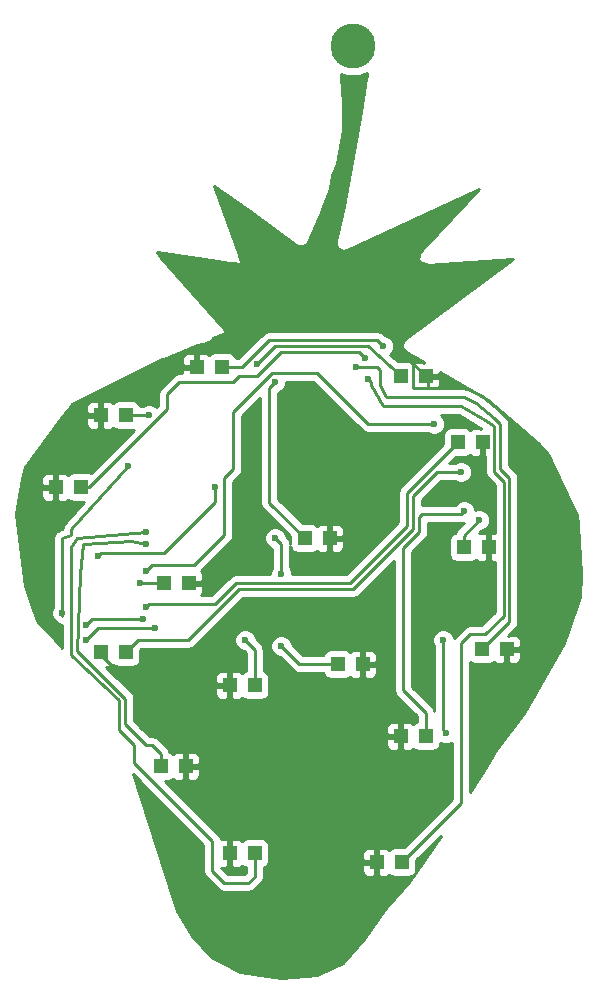
<source format=gbr>
G04 #@! TF.FileFunction,Copper,L2,Bot,Signal*
%FSLAX46Y46*%
G04 Gerber Fmt 4.6, Leading zero omitted, Abs format (unit mm)*
G04 Created by KiCad (PCBNEW 4.0.4-snap1-stable) date Mon Feb 25 19:09:27 2019*
%MOMM*%
%LPD*%
G01*
G04 APERTURE LIST*
%ADD10C,0.100000*%
%ADD11R,1.198880X1.198880*%
%ADD12C,3.800000*%
%ADD13C,0.600000*%
%ADD14C,0.250000*%
%ADD15C,0.254000*%
G04 APERTURE END LIST*
D10*
D11*
X137193020Y-90678000D03*
X135094980Y-90678000D03*
X145321020Y-86614000D03*
X143222980Y-86614000D03*
X160494980Y-87376000D03*
X162593020Y-87376000D03*
X165320980Y-92964000D03*
X167419020Y-92964000D03*
X133383020Y-96774000D03*
X131284980Y-96774000D03*
X140428980Y-104902000D03*
X142527020Y-104902000D03*
X152366980Y-101092000D03*
X154465020Y-101092000D03*
X165828980Y-101854000D03*
X167927020Y-101854000D03*
X137193020Y-110744000D03*
X135094980Y-110744000D03*
X155160980Y-111760000D03*
X157259020Y-111760000D03*
X167352980Y-110490000D03*
X169451020Y-110490000D03*
X140174980Y-120396000D03*
X142273020Y-120396000D03*
X162593020Y-117856000D03*
X160494980Y-117856000D03*
X148115020Y-113538000D03*
X146016980Y-113538000D03*
X160561020Y-128524000D03*
X158462980Y-128524000D03*
X148115020Y-127762000D03*
X146016980Y-127762000D03*
D12*
X156464000Y-59436000D03*
D13*
X150368000Y-104140000D03*
X149860000Y-101092000D03*
X144780000Y-96774000D03*
X134874000Y-102616000D03*
X164084000Y-109728000D03*
X164338000Y-117602000D03*
X141478000Y-115824000D03*
X157480000Y-130810000D03*
X143510000Y-116332000D03*
X149098000Y-102362000D03*
X136144000Y-112268000D03*
X130556000Y-107696000D03*
X131572000Y-98552000D03*
X156210000Y-101092000D03*
X168148000Y-114554000D03*
X164084000Y-107696000D03*
X163830000Y-100584000D03*
X139192000Y-90678000D03*
X159004000Y-84836000D03*
X148336000Y-86360000D03*
X138938000Y-106934000D03*
X157480000Y-85852000D03*
X138430000Y-104902000D03*
X149860000Y-87884000D03*
X167132000Y-99568000D03*
X163322000Y-91440000D03*
X138938000Y-103886000D03*
X165608000Y-95504000D03*
X150368000Y-110236000D03*
X139700000Y-108712000D03*
X137414000Y-94996000D03*
X131826000Y-107442000D03*
X133858000Y-109728000D03*
X156718000Y-86614000D03*
X138938000Y-101600000D03*
X165862000Y-98806000D03*
X147320000Y-109728000D03*
X138684000Y-107950000D03*
X133858000Y-108458000D03*
X157734000Y-87630000D03*
X138938000Y-100584000D03*
D14*
X150368000Y-101600000D02*
X150368000Y-104140000D01*
X149860000Y-101092000D02*
X150368000Y-101600000D01*
X144780000Y-98044000D02*
X144780000Y-96774000D01*
X140462000Y-102362000D02*
X144780000Y-98044000D01*
X135128000Y-102362000D02*
X140462000Y-102362000D01*
X134874000Y-102616000D02*
X135128000Y-102362000D01*
X164084000Y-117348000D02*
X164084000Y-109728000D01*
X164338000Y-117602000D02*
X164084000Y-117348000D01*
X162814000Y-88392000D02*
X162814000Y-87596980D01*
X162814000Y-87596980D02*
X162593020Y-87376000D01*
X163830000Y-88392000D02*
X162814000Y-88392000D01*
X162814000Y-88392000D02*
X161544000Y-88392000D01*
X161544000Y-88392000D02*
X161544000Y-86326980D01*
X161544000Y-86106000D02*
X161544000Y-86326980D01*
X161544000Y-86326980D02*
X162593020Y-87376000D01*
X142527020Y-104902000D02*
X143510000Y-104902000D01*
X143510000Y-104902000D02*
X144272000Y-104140000D01*
X135094980Y-110744000D02*
X135094980Y-110964980D01*
X135094980Y-110964980D02*
X136398000Y-112268000D01*
X139192000Y-90678000D02*
X137193020Y-90678000D01*
X145321020Y-86614000D02*
X147066000Y-86614000D01*
X158496000Y-84328000D02*
X159004000Y-84836000D01*
X149352000Y-84328000D02*
X158496000Y-84328000D01*
X147066000Y-86614000D02*
X149352000Y-84328000D01*
X157700980Y-84836000D02*
X160494980Y-87376000D01*
X149860000Y-84836000D02*
X157700980Y-84836000D01*
X148336000Y-86360000D02*
X149860000Y-84836000D01*
X161036000Y-97248980D02*
X165320980Y-92964000D01*
X161036000Y-100076000D02*
X161036000Y-97248980D01*
X156210000Y-104902000D02*
X161036000Y-100076000D01*
X146558000Y-104902000D02*
X156210000Y-104902000D01*
X144780000Y-106680000D02*
X146558000Y-104902000D01*
X139192000Y-106680000D02*
X144780000Y-106680000D01*
X138938000Y-106934000D02*
X139192000Y-106680000D01*
X134112000Y-96774000D02*
X133383020Y-96774000D01*
X140716000Y-90170000D02*
X134112000Y-96774000D01*
X140716000Y-88900000D02*
X140716000Y-90170000D01*
X141732000Y-87884000D02*
X140716000Y-88900000D01*
X146304000Y-87884000D02*
X141732000Y-87884000D01*
X146812000Y-87376000D02*
X146304000Y-87884000D01*
X148336000Y-87376000D02*
X146812000Y-87376000D01*
X150368000Y-85344000D02*
X148336000Y-87376000D01*
X156972000Y-85344000D02*
X150368000Y-85344000D01*
X157480000Y-85852000D02*
X156972000Y-85344000D01*
X138430000Y-104902000D02*
X140428980Y-104902000D01*
X149352000Y-98077020D02*
X152366980Y-101092000D01*
X149352000Y-88392000D02*
X149352000Y-98077020D01*
X149860000Y-87884000D02*
X149352000Y-88392000D01*
X165828980Y-100871020D02*
X165828980Y-101854000D01*
X167132000Y-99568000D02*
X165828980Y-100871020D01*
X157734000Y-91440000D02*
X163322000Y-91440000D01*
X153416000Y-87122000D02*
X157734000Y-91440000D01*
X149606000Y-87122000D02*
X153416000Y-87122000D01*
X146304000Y-90424000D02*
X149606000Y-87122000D01*
X146304000Y-95250000D02*
X146304000Y-90424000D01*
X145542000Y-96012000D02*
X146304000Y-95250000D01*
X145542000Y-100838000D02*
X145542000Y-96012000D01*
X143002000Y-103378000D02*
X145542000Y-100838000D01*
X139446000Y-103378000D02*
X143002000Y-103378000D01*
X138938000Y-103886000D02*
X139446000Y-103378000D01*
X138209020Y-109728000D02*
X137193020Y-110744000D01*
X142494000Y-109728000D02*
X138209020Y-109728000D01*
X146812000Y-105410000D02*
X142494000Y-109728000D01*
X156464000Y-105410000D02*
X146812000Y-105410000D01*
X161544000Y-100330000D02*
X156464000Y-105410000D01*
X161544000Y-97536000D02*
X161544000Y-100330000D01*
X163576000Y-95504000D02*
X161544000Y-97536000D01*
X165608000Y-95504000D02*
X163576000Y-95504000D01*
X131826000Y-107696000D02*
X131826000Y-107442000D01*
X131826000Y-107188000D02*
X131826000Y-107696000D01*
X131826000Y-107188000D02*
X131826000Y-107188000D01*
X151892000Y-111760000D02*
X155160980Y-111760000D01*
X150368000Y-110236000D02*
X151892000Y-111760000D01*
X134874000Y-108712000D02*
X139700000Y-108712000D01*
X131826000Y-101092000D02*
X131826000Y-107188000D01*
X132588000Y-100838000D02*
X131826000Y-101092000D01*
X132588000Y-100330000D02*
X132588000Y-100838000D01*
X137414000Y-94996000D02*
X132588000Y-100330000D01*
X133858000Y-109728000D02*
X134874000Y-108712000D01*
X169672000Y-108170980D02*
X167352980Y-110490000D01*
X169672000Y-96012000D02*
X169672000Y-108170980D01*
X168910000Y-95250000D02*
X169672000Y-96012000D01*
X168910000Y-91440000D02*
X168910000Y-95250000D01*
X168402000Y-90932000D02*
X168910000Y-91440000D01*
X166878000Y-89662000D02*
X168402000Y-90932000D01*
X165862000Y-89154000D02*
X166878000Y-89662000D01*
X159258000Y-89154000D02*
X165862000Y-89154000D01*
X158750000Y-88138000D02*
X159258000Y-89154000D01*
X158750000Y-86868000D02*
X158750000Y-88138000D01*
X158496000Y-86614000D02*
X158750000Y-86868000D01*
X156718000Y-86614000D02*
X158496000Y-86614000D01*
X133350000Y-104140000D02*
X133096000Y-110615602D01*
X140174980Y-119346980D02*
X140174980Y-120396000D01*
X139446000Y-118618000D02*
X140174980Y-119346980D01*
X138938000Y-118618000D02*
X139446000Y-118618000D01*
X137160000Y-116840000D02*
X138938000Y-118618000D01*
X137160000Y-114679602D02*
X137160000Y-116840000D01*
X133096000Y-110615602D02*
X137160000Y-114679602D01*
X133604000Y-101600000D02*
X133350000Y-104140000D01*
X137668000Y-101346000D02*
X133604000Y-101600000D01*
X138938000Y-101600000D02*
X137668000Y-101346000D01*
X162593020Y-115857020D02*
X162593020Y-117856000D01*
X160717801Y-113981801D02*
X162593020Y-115857020D01*
X160717801Y-101918199D02*
X160717801Y-113981801D01*
X162052000Y-100584000D02*
X160717801Y-101918199D01*
X162052000Y-99314000D02*
X162052000Y-100584000D01*
X162306000Y-99060000D02*
X162052000Y-99314000D01*
X165608000Y-99060000D02*
X162306000Y-99060000D01*
X165862000Y-98806000D02*
X165608000Y-99060000D01*
X148115020Y-110523020D02*
X148115020Y-113538000D01*
X147320000Y-109728000D02*
X148115020Y-110523020D01*
X134366000Y-107950000D02*
X138684000Y-107950000D01*
X133858000Y-108458000D02*
X134366000Y-107950000D01*
X165608000Y-123477020D02*
X160561020Y-128524000D01*
X165608000Y-109982000D02*
X165608000Y-123477020D01*
X166370000Y-109220000D02*
X165608000Y-109982000D01*
X167640000Y-109220000D02*
X166370000Y-109220000D01*
X169210291Y-107649709D02*
X167640000Y-109220000D01*
X169210291Y-96312291D02*
X169210291Y-107649709D01*
X168402000Y-95504000D02*
X169210291Y-96312291D01*
X168402000Y-91636002D02*
X168402000Y-95504000D01*
X167640000Y-91128002D02*
X168402000Y-91636002D01*
X165608000Y-89916000D02*
X167640000Y-91128002D01*
X165100000Y-89916000D02*
X165608000Y-89916000D01*
X159004000Y-89916000D02*
X165100000Y-89916000D01*
X157988000Y-88138000D02*
X159004000Y-89916000D01*
X157988000Y-87884000D02*
X157988000Y-88138000D01*
X157734000Y-87630000D02*
X157988000Y-87884000D01*
X132588000Y-101854000D02*
X132588000Y-110998000D01*
X148115020Y-129760980D02*
X148115020Y-127762000D01*
X147574000Y-130302000D02*
X148115020Y-129760980D01*
X145542000Y-130302000D02*
X147574000Y-130302000D01*
X144526000Y-129286000D02*
X145542000Y-130302000D01*
X144526000Y-126746000D02*
X144526000Y-129286000D01*
X137922000Y-120142000D02*
X144526000Y-126746000D01*
X137922000Y-118618000D02*
X137922000Y-120142000D01*
X136652000Y-117348000D02*
X137922000Y-118618000D01*
X136652000Y-114808000D02*
X136652000Y-117348000D01*
X132588000Y-110998000D02*
X136652000Y-114808000D01*
X133096000Y-101092000D02*
X132588000Y-101854000D01*
X138938000Y-100584000D02*
X133096000Y-101092000D01*
D15*
G36*
X159957801Y-113981801D02*
X160015653Y-114272640D01*
X160180400Y-114519202D01*
X161833020Y-116171822D01*
X161833020Y-116639331D01*
X161758263Y-116653398D01*
X161542139Y-116792470D01*
X161536544Y-116800659D01*
X161454118Y-116718233D01*
X161220729Y-116621560D01*
X160780730Y-116621560D01*
X160621980Y-116780310D01*
X160621980Y-117729000D01*
X160641980Y-117729000D01*
X160641980Y-117983000D01*
X160621980Y-117983000D01*
X160621980Y-118931690D01*
X160780730Y-119090440D01*
X161220729Y-119090440D01*
X161454118Y-118993767D01*
X161536331Y-118911555D01*
X161741690Y-119051871D01*
X161993580Y-119102880D01*
X163192460Y-119102880D01*
X163427777Y-119058602D01*
X163643901Y-118919530D01*
X163788891Y-118707330D01*
X163839900Y-118455440D01*
X163839900Y-118407574D01*
X164151201Y-118536838D01*
X164523167Y-118537162D01*
X164848000Y-118402944D01*
X164848000Y-123162218D01*
X160733098Y-127277120D01*
X159961580Y-127277120D01*
X159726263Y-127321398D01*
X159510139Y-127460470D01*
X159504544Y-127468659D01*
X159422118Y-127386233D01*
X159188729Y-127289560D01*
X158748730Y-127289560D01*
X158589980Y-127448310D01*
X158589980Y-128397000D01*
X158609980Y-128397000D01*
X158609980Y-128651000D01*
X158589980Y-128651000D01*
X158589980Y-129599690D01*
X158748730Y-129758440D01*
X159188729Y-129758440D01*
X159422118Y-129661767D01*
X159504331Y-129579555D01*
X159709690Y-129719871D01*
X159961580Y-129770880D01*
X161160460Y-129770880D01*
X161395777Y-129726602D01*
X161611901Y-129587530D01*
X161756891Y-129375330D01*
X161807900Y-129123440D01*
X161807900Y-128351922D01*
X163856264Y-126303558D01*
X161632883Y-129603466D01*
X161190587Y-130222679D01*
X159163079Y-132503626D01*
X159153958Y-132515170D01*
X157379898Y-135049541D01*
X155624850Y-137055310D01*
X153384047Y-138051223D01*
X150371758Y-138302247D01*
X146850360Y-137799190D01*
X144553264Y-136650643D01*
X143707886Y-135798719D01*
X142851393Y-134799477D01*
X141565495Y-132656314D01*
X141339776Y-132185645D01*
X137954838Y-121587487D01*
X137810046Y-121104848D01*
X143766000Y-127060802D01*
X143766000Y-129286000D01*
X143823852Y-129576839D01*
X143988599Y-129823401D01*
X145004599Y-130839401D01*
X145251161Y-131004148D01*
X145542000Y-131062000D01*
X147574000Y-131062000D01*
X147864839Y-131004148D01*
X148111401Y-130839401D01*
X148652421Y-130298381D01*
X148817168Y-130051819D01*
X148875020Y-129760980D01*
X148875020Y-128978669D01*
X148949777Y-128964602D01*
X149165901Y-128825530D01*
X149176683Y-128809750D01*
X157228540Y-128809750D01*
X157228540Y-129249750D01*
X157325213Y-129483139D01*
X157503842Y-129661767D01*
X157737231Y-129758440D01*
X158177230Y-129758440D01*
X158335980Y-129599690D01*
X158335980Y-128651000D01*
X157387290Y-128651000D01*
X157228540Y-128809750D01*
X149176683Y-128809750D01*
X149310891Y-128613330D01*
X149361900Y-128361440D01*
X149361900Y-127798250D01*
X157228540Y-127798250D01*
X157228540Y-128238250D01*
X157387290Y-128397000D01*
X158335980Y-128397000D01*
X158335980Y-127448310D01*
X158177230Y-127289560D01*
X157737231Y-127289560D01*
X157503842Y-127386233D01*
X157325213Y-127564861D01*
X157228540Y-127798250D01*
X149361900Y-127798250D01*
X149361900Y-127162560D01*
X149317622Y-126927243D01*
X149178550Y-126711119D01*
X148966350Y-126566129D01*
X148714460Y-126515120D01*
X147515580Y-126515120D01*
X147280263Y-126559398D01*
X147064139Y-126698470D01*
X147058544Y-126706659D01*
X146976118Y-126624233D01*
X146742729Y-126527560D01*
X146302730Y-126527560D01*
X146143980Y-126686310D01*
X146143980Y-127635000D01*
X146163980Y-127635000D01*
X146163980Y-127889000D01*
X146143980Y-127889000D01*
X146143980Y-128837690D01*
X146302730Y-128996440D01*
X146742729Y-128996440D01*
X146976118Y-128899767D01*
X147058331Y-128817555D01*
X147263690Y-128957871D01*
X147355020Y-128976366D01*
X147355020Y-129446178D01*
X147259198Y-129542000D01*
X145856802Y-129542000D01*
X145311242Y-128996440D01*
X145731230Y-128996440D01*
X145889980Y-128837690D01*
X145889980Y-127889000D01*
X145869980Y-127889000D01*
X145869980Y-127635000D01*
X145889980Y-127635000D01*
X145889980Y-126686310D01*
X145731230Y-126527560D01*
X145291231Y-126527560D01*
X145246255Y-126546190D01*
X145228148Y-126455161D01*
X145228148Y-126455160D01*
X145063401Y-126208599D01*
X140497682Y-121642880D01*
X140774420Y-121642880D01*
X141009737Y-121598602D01*
X141225861Y-121459530D01*
X141231456Y-121451341D01*
X141313882Y-121533767D01*
X141547271Y-121630440D01*
X141987270Y-121630440D01*
X142146020Y-121471690D01*
X142146020Y-120523000D01*
X142400020Y-120523000D01*
X142400020Y-121471690D01*
X142558770Y-121630440D01*
X142998769Y-121630440D01*
X143232158Y-121533767D01*
X143410787Y-121355139D01*
X143507460Y-121121750D01*
X143507460Y-120681750D01*
X143348710Y-120523000D01*
X142400020Y-120523000D01*
X142146020Y-120523000D01*
X142126020Y-120523000D01*
X142126020Y-120269000D01*
X142146020Y-120269000D01*
X142146020Y-119320310D01*
X142400020Y-119320310D01*
X142400020Y-120269000D01*
X143348710Y-120269000D01*
X143507460Y-120110250D01*
X143507460Y-119670250D01*
X143410787Y-119436861D01*
X143232158Y-119258233D01*
X142998769Y-119161560D01*
X142558770Y-119161560D01*
X142400020Y-119320310D01*
X142146020Y-119320310D01*
X141987270Y-119161560D01*
X141547271Y-119161560D01*
X141313882Y-119258233D01*
X141231669Y-119340445D01*
X141026310Y-119200129D01*
X140900710Y-119174694D01*
X140877128Y-119056141D01*
X140877128Y-119056140D01*
X140712381Y-118809579D01*
X140044552Y-118141750D01*
X159260540Y-118141750D01*
X159260540Y-118581750D01*
X159357213Y-118815139D01*
X159535842Y-118993767D01*
X159769231Y-119090440D01*
X160209230Y-119090440D01*
X160367980Y-118931690D01*
X160367980Y-117983000D01*
X159419290Y-117983000D01*
X159260540Y-118141750D01*
X140044552Y-118141750D01*
X139983401Y-118080599D01*
X139736839Y-117915852D01*
X139446000Y-117858000D01*
X139252802Y-117858000D01*
X138525052Y-117130250D01*
X159260540Y-117130250D01*
X159260540Y-117570250D01*
X159419290Y-117729000D01*
X160367980Y-117729000D01*
X160367980Y-116780310D01*
X160209230Y-116621560D01*
X159769231Y-116621560D01*
X159535842Y-116718233D01*
X159357213Y-116896861D01*
X159260540Y-117130250D01*
X138525052Y-117130250D01*
X137920000Y-116525198D01*
X137920000Y-114679602D01*
X137862148Y-114388763D01*
X137697401Y-114142201D01*
X137378950Y-113823750D01*
X144782540Y-113823750D01*
X144782540Y-114263750D01*
X144879213Y-114497139D01*
X145057842Y-114675767D01*
X145291231Y-114772440D01*
X145731230Y-114772440D01*
X145889980Y-114613690D01*
X145889980Y-113665000D01*
X144941290Y-113665000D01*
X144782540Y-113823750D01*
X137378950Y-113823750D01*
X136367450Y-112812250D01*
X144782540Y-112812250D01*
X144782540Y-113252250D01*
X144941290Y-113411000D01*
X145889980Y-113411000D01*
X145889980Y-112462310D01*
X146143980Y-112462310D01*
X146143980Y-113411000D01*
X146163980Y-113411000D01*
X146163980Y-113665000D01*
X146143980Y-113665000D01*
X146143980Y-114613690D01*
X146302730Y-114772440D01*
X146742729Y-114772440D01*
X146976118Y-114675767D01*
X147058331Y-114593555D01*
X147263690Y-114733871D01*
X147515580Y-114784880D01*
X148714460Y-114784880D01*
X148949777Y-114740602D01*
X149165901Y-114601530D01*
X149310891Y-114389330D01*
X149361900Y-114137440D01*
X149361900Y-112938560D01*
X149317622Y-112703243D01*
X149178550Y-112487119D01*
X148966350Y-112342129D01*
X148875020Y-112323634D01*
X148875020Y-110523020D01*
X148854760Y-110421167D01*
X149432838Y-110421167D01*
X149574883Y-110764943D01*
X149837673Y-111028192D01*
X150181201Y-111170838D01*
X150228077Y-111170879D01*
X151354599Y-112297401D01*
X151601160Y-112462148D01*
X151649414Y-112471746D01*
X151892000Y-112520000D01*
X153944311Y-112520000D01*
X153958378Y-112594757D01*
X154097450Y-112810881D01*
X154309650Y-112955871D01*
X154561540Y-113006880D01*
X155760420Y-113006880D01*
X155995737Y-112962602D01*
X156211861Y-112823530D01*
X156217456Y-112815341D01*
X156299882Y-112897767D01*
X156533271Y-112994440D01*
X156973270Y-112994440D01*
X157132020Y-112835690D01*
X157132020Y-111887000D01*
X157386020Y-111887000D01*
X157386020Y-112835690D01*
X157544770Y-112994440D01*
X157984769Y-112994440D01*
X158218158Y-112897767D01*
X158396787Y-112719139D01*
X158493460Y-112485750D01*
X158493460Y-112045750D01*
X158334710Y-111887000D01*
X157386020Y-111887000D01*
X157132020Y-111887000D01*
X157112020Y-111887000D01*
X157112020Y-111633000D01*
X157132020Y-111633000D01*
X157132020Y-110684310D01*
X157386020Y-110684310D01*
X157386020Y-111633000D01*
X158334710Y-111633000D01*
X158493460Y-111474250D01*
X158493460Y-111034250D01*
X158396787Y-110800861D01*
X158218158Y-110622233D01*
X157984769Y-110525560D01*
X157544770Y-110525560D01*
X157386020Y-110684310D01*
X157132020Y-110684310D01*
X156973270Y-110525560D01*
X156533271Y-110525560D01*
X156299882Y-110622233D01*
X156217669Y-110704445D01*
X156012310Y-110564129D01*
X155760420Y-110513120D01*
X154561540Y-110513120D01*
X154326223Y-110557398D01*
X154110099Y-110696470D01*
X153965109Y-110908670D01*
X153946614Y-111000000D01*
X152206802Y-111000000D01*
X151303122Y-110096320D01*
X151303162Y-110050833D01*
X151161117Y-109707057D01*
X150898327Y-109443808D01*
X150554799Y-109301162D01*
X150182833Y-109300838D01*
X149839057Y-109442883D01*
X149575808Y-109705673D01*
X149433162Y-110049201D01*
X149432838Y-110421167D01*
X148854760Y-110421167D01*
X148817168Y-110232181D01*
X148652421Y-109985619D01*
X148255122Y-109588320D01*
X148255162Y-109542833D01*
X148113117Y-109199057D01*
X147850327Y-108935808D01*
X147506799Y-108793162D01*
X147134833Y-108792838D01*
X146791057Y-108934883D01*
X146527808Y-109197673D01*
X146385162Y-109541201D01*
X146384838Y-109913167D01*
X146526883Y-110256943D01*
X146789673Y-110520192D01*
X147133201Y-110662838D01*
X147180077Y-110662879D01*
X147355020Y-110837822D01*
X147355020Y-112321331D01*
X147280263Y-112335398D01*
X147064139Y-112474470D01*
X147058544Y-112482659D01*
X146976118Y-112400233D01*
X146742729Y-112303560D01*
X146302730Y-112303560D01*
X146143980Y-112462310D01*
X145889980Y-112462310D01*
X145731230Y-112303560D01*
X145291231Y-112303560D01*
X145057842Y-112400233D01*
X144879213Y-112578861D01*
X144782540Y-112812250D01*
X136367450Y-112812250D01*
X135533640Y-111978440D01*
X135820729Y-111978440D01*
X136054118Y-111881767D01*
X136136331Y-111799555D01*
X136341690Y-111939871D01*
X136593580Y-111990880D01*
X137792460Y-111990880D01*
X138027777Y-111946602D01*
X138243901Y-111807530D01*
X138388891Y-111595330D01*
X138439900Y-111343440D01*
X138439900Y-110571922D01*
X138523822Y-110488000D01*
X142494000Y-110488000D01*
X142784839Y-110430148D01*
X143031401Y-110265401D01*
X147126802Y-106170000D01*
X156464000Y-106170000D01*
X156754839Y-106112148D01*
X157001401Y-105947401D01*
X159957801Y-102991001D01*
X159957801Y-113981801D01*
X159957801Y-113981801D01*
G37*
X159957801Y-113981801D02*
X160015653Y-114272640D01*
X160180400Y-114519202D01*
X161833020Y-116171822D01*
X161833020Y-116639331D01*
X161758263Y-116653398D01*
X161542139Y-116792470D01*
X161536544Y-116800659D01*
X161454118Y-116718233D01*
X161220729Y-116621560D01*
X160780730Y-116621560D01*
X160621980Y-116780310D01*
X160621980Y-117729000D01*
X160641980Y-117729000D01*
X160641980Y-117983000D01*
X160621980Y-117983000D01*
X160621980Y-118931690D01*
X160780730Y-119090440D01*
X161220729Y-119090440D01*
X161454118Y-118993767D01*
X161536331Y-118911555D01*
X161741690Y-119051871D01*
X161993580Y-119102880D01*
X163192460Y-119102880D01*
X163427777Y-119058602D01*
X163643901Y-118919530D01*
X163788891Y-118707330D01*
X163839900Y-118455440D01*
X163839900Y-118407574D01*
X164151201Y-118536838D01*
X164523167Y-118537162D01*
X164848000Y-118402944D01*
X164848000Y-123162218D01*
X160733098Y-127277120D01*
X159961580Y-127277120D01*
X159726263Y-127321398D01*
X159510139Y-127460470D01*
X159504544Y-127468659D01*
X159422118Y-127386233D01*
X159188729Y-127289560D01*
X158748730Y-127289560D01*
X158589980Y-127448310D01*
X158589980Y-128397000D01*
X158609980Y-128397000D01*
X158609980Y-128651000D01*
X158589980Y-128651000D01*
X158589980Y-129599690D01*
X158748730Y-129758440D01*
X159188729Y-129758440D01*
X159422118Y-129661767D01*
X159504331Y-129579555D01*
X159709690Y-129719871D01*
X159961580Y-129770880D01*
X161160460Y-129770880D01*
X161395777Y-129726602D01*
X161611901Y-129587530D01*
X161756891Y-129375330D01*
X161807900Y-129123440D01*
X161807900Y-128351922D01*
X163856264Y-126303558D01*
X161632883Y-129603466D01*
X161190587Y-130222679D01*
X159163079Y-132503626D01*
X159153958Y-132515170D01*
X157379898Y-135049541D01*
X155624850Y-137055310D01*
X153384047Y-138051223D01*
X150371758Y-138302247D01*
X146850360Y-137799190D01*
X144553264Y-136650643D01*
X143707886Y-135798719D01*
X142851393Y-134799477D01*
X141565495Y-132656314D01*
X141339776Y-132185645D01*
X137954838Y-121587487D01*
X137810046Y-121104848D01*
X143766000Y-127060802D01*
X143766000Y-129286000D01*
X143823852Y-129576839D01*
X143988599Y-129823401D01*
X145004599Y-130839401D01*
X145251161Y-131004148D01*
X145542000Y-131062000D01*
X147574000Y-131062000D01*
X147864839Y-131004148D01*
X148111401Y-130839401D01*
X148652421Y-130298381D01*
X148817168Y-130051819D01*
X148875020Y-129760980D01*
X148875020Y-128978669D01*
X148949777Y-128964602D01*
X149165901Y-128825530D01*
X149176683Y-128809750D01*
X157228540Y-128809750D01*
X157228540Y-129249750D01*
X157325213Y-129483139D01*
X157503842Y-129661767D01*
X157737231Y-129758440D01*
X158177230Y-129758440D01*
X158335980Y-129599690D01*
X158335980Y-128651000D01*
X157387290Y-128651000D01*
X157228540Y-128809750D01*
X149176683Y-128809750D01*
X149310891Y-128613330D01*
X149361900Y-128361440D01*
X149361900Y-127798250D01*
X157228540Y-127798250D01*
X157228540Y-128238250D01*
X157387290Y-128397000D01*
X158335980Y-128397000D01*
X158335980Y-127448310D01*
X158177230Y-127289560D01*
X157737231Y-127289560D01*
X157503842Y-127386233D01*
X157325213Y-127564861D01*
X157228540Y-127798250D01*
X149361900Y-127798250D01*
X149361900Y-127162560D01*
X149317622Y-126927243D01*
X149178550Y-126711119D01*
X148966350Y-126566129D01*
X148714460Y-126515120D01*
X147515580Y-126515120D01*
X147280263Y-126559398D01*
X147064139Y-126698470D01*
X147058544Y-126706659D01*
X146976118Y-126624233D01*
X146742729Y-126527560D01*
X146302730Y-126527560D01*
X146143980Y-126686310D01*
X146143980Y-127635000D01*
X146163980Y-127635000D01*
X146163980Y-127889000D01*
X146143980Y-127889000D01*
X146143980Y-128837690D01*
X146302730Y-128996440D01*
X146742729Y-128996440D01*
X146976118Y-128899767D01*
X147058331Y-128817555D01*
X147263690Y-128957871D01*
X147355020Y-128976366D01*
X147355020Y-129446178D01*
X147259198Y-129542000D01*
X145856802Y-129542000D01*
X145311242Y-128996440D01*
X145731230Y-128996440D01*
X145889980Y-128837690D01*
X145889980Y-127889000D01*
X145869980Y-127889000D01*
X145869980Y-127635000D01*
X145889980Y-127635000D01*
X145889980Y-126686310D01*
X145731230Y-126527560D01*
X145291231Y-126527560D01*
X145246255Y-126546190D01*
X145228148Y-126455161D01*
X145228148Y-126455160D01*
X145063401Y-126208599D01*
X140497682Y-121642880D01*
X140774420Y-121642880D01*
X141009737Y-121598602D01*
X141225861Y-121459530D01*
X141231456Y-121451341D01*
X141313882Y-121533767D01*
X141547271Y-121630440D01*
X141987270Y-121630440D01*
X142146020Y-121471690D01*
X142146020Y-120523000D01*
X142400020Y-120523000D01*
X142400020Y-121471690D01*
X142558770Y-121630440D01*
X142998769Y-121630440D01*
X143232158Y-121533767D01*
X143410787Y-121355139D01*
X143507460Y-121121750D01*
X143507460Y-120681750D01*
X143348710Y-120523000D01*
X142400020Y-120523000D01*
X142146020Y-120523000D01*
X142126020Y-120523000D01*
X142126020Y-120269000D01*
X142146020Y-120269000D01*
X142146020Y-119320310D01*
X142400020Y-119320310D01*
X142400020Y-120269000D01*
X143348710Y-120269000D01*
X143507460Y-120110250D01*
X143507460Y-119670250D01*
X143410787Y-119436861D01*
X143232158Y-119258233D01*
X142998769Y-119161560D01*
X142558770Y-119161560D01*
X142400020Y-119320310D01*
X142146020Y-119320310D01*
X141987270Y-119161560D01*
X141547271Y-119161560D01*
X141313882Y-119258233D01*
X141231669Y-119340445D01*
X141026310Y-119200129D01*
X140900710Y-119174694D01*
X140877128Y-119056141D01*
X140877128Y-119056140D01*
X140712381Y-118809579D01*
X140044552Y-118141750D01*
X159260540Y-118141750D01*
X159260540Y-118581750D01*
X159357213Y-118815139D01*
X159535842Y-118993767D01*
X159769231Y-119090440D01*
X160209230Y-119090440D01*
X160367980Y-118931690D01*
X160367980Y-117983000D01*
X159419290Y-117983000D01*
X159260540Y-118141750D01*
X140044552Y-118141750D01*
X139983401Y-118080599D01*
X139736839Y-117915852D01*
X139446000Y-117858000D01*
X139252802Y-117858000D01*
X138525052Y-117130250D01*
X159260540Y-117130250D01*
X159260540Y-117570250D01*
X159419290Y-117729000D01*
X160367980Y-117729000D01*
X160367980Y-116780310D01*
X160209230Y-116621560D01*
X159769231Y-116621560D01*
X159535842Y-116718233D01*
X159357213Y-116896861D01*
X159260540Y-117130250D01*
X138525052Y-117130250D01*
X137920000Y-116525198D01*
X137920000Y-114679602D01*
X137862148Y-114388763D01*
X137697401Y-114142201D01*
X137378950Y-113823750D01*
X144782540Y-113823750D01*
X144782540Y-114263750D01*
X144879213Y-114497139D01*
X145057842Y-114675767D01*
X145291231Y-114772440D01*
X145731230Y-114772440D01*
X145889980Y-114613690D01*
X145889980Y-113665000D01*
X144941290Y-113665000D01*
X144782540Y-113823750D01*
X137378950Y-113823750D01*
X136367450Y-112812250D01*
X144782540Y-112812250D01*
X144782540Y-113252250D01*
X144941290Y-113411000D01*
X145889980Y-113411000D01*
X145889980Y-112462310D01*
X146143980Y-112462310D01*
X146143980Y-113411000D01*
X146163980Y-113411000D01*
X146163980Y-113665000D01*
X146143980Y-113665000D01*
X146143980Y-114613690D01*
X146302730Y-114772440D01*
X146742729Y-114772440D01*
X146976118Y-114675767D01*
X147058331Y-114593555D01*
X147263690Y-114733871D01*
X147515580Y-114784880D01*
X148714460Y-114784880D01*
X148949777Y-114740602D01*
X149165901Y-114601530D01*
X149310891Y-114389330D01*
X149361900Y-114137440D01*
X149361900Y-112938560D01*
X149317622Y-112703243D01*
X149178550Y-112487119D01*
X148966350Y-112342129D01*
X148875020Y-112323634D01*
X148875020Y-110523020D01*
X148854760Y-110421167D01*
X149432838Y-110421167D01*
X149574883Y-110764943D01*
X149837673Y-111028192D01*
X150181201Y-111170838D01*
X150228077Y-111170879D01*
X151354599Y-112297401D01*
X151601160Y-112462148D01*
X151649414Y-112471746D01*
X151892000Y-112520000D01*
X153944311Y-112520000D01*
X153958378Y-112594757D01*
X154097450Y-112810881D01*
X154309650Y-112955871D01*
X154561540Y-113006880D01*
X155760420Y-113006880D01*
X155995737Y-112962602D01*
X156211861Y-112823530D01*
X156217456Y-112815341D01*
X156299882Y-112897767D01*
X156533271Y-112994440D01*
X156973270Y-112994440D01*
X157132020Y-112835690D01*
X157132020Y-111887000D01*
X157386020Y-111887000D01*
X157386020Y-112835690D01*
X157544770Y-112994440D01*
X157984769Y-112994440D01*
X158218158Y-112897767D01*
X158396787Y-112719139D01*
X158493460Y-112485750D01*
X158493460Y-112045750D01*
X158334710Y-111887000D01*
X157386020Y-111887000D01*
X157132020Y-111887000D01*
X157112020Y-111887000D01*
X157112020Y-111633000D01*
X157132020Y-111633000D01*
X157132020Y-110684310D01*
X157386020Y-110684310D01*
X157386020Y-111633000D01*
X158334710Y-111633000D01*
X158493460Y-111474250D01*
X158493460Y-111034250D01*
X158396787Y-110800861D01*
X158218158Y-110622233D01*
X157984769Y-110525560D01*
X157544770Y-110525560D01*
X157386020Y-110684310D01*
X157132020Y-110684310D01*
X156973270Y-110525560D01*
X156533271Y-110525560D01*
X156299882Y-110622233D01*
X156217669Y-110704445D01*
X156012310Y-110564129D01*
X155760420Y-110513120D01*
X154561540Y-110513120D01*
X154326223Y-110557398D01*
X154110099Y-110696470D01*
X153965109Y-110908670D01*
X153946614Y-111000000D01*
X152206802Y-111000000D01*
X151303122Y-110096320D01*
X151303162Y-110050833D01*
X151161117Y-109707057D01*
X150898327Y-109443808D01*
X150554799Y-109301162D01*
X150182833Y-109300838D01*
X149839057Y-109442883D01*
X149575808Y-109705673D01*
X149433162Y-110049201D01*
X149432838Y-110421167D01*
X148854760Y-110421167D01*
X148817168Y-110232181D01*
X148652421Y-109985619D01*
X148255122Y-109588320D01*
X148255162Y-109542833D01*
X148113117Y-109199057D01*
X147850327Y-108935808D01*
X147506799Y-108793162D01*
X147134833Y-108792838D01*
X146791057Y-108934883D01*
X146527808Y-109197673D01*
X146385162Y-109541201D01*
X146384838Y-109913167D01*
X146526883Y-110256943D01*
X146789673Y-110520192D01*
X147133201Y-110662838D01*
X147180077Y-110662879D01*
X147355020Y-110837822D01*
X147355020Y-112321331D01*
X147280263Y-112335398D01*
X147064139Y-112474470D01*
X147058544Y-112482659D01*
X146976118Y-112400233D01*
X146742729Y-112303560D01*
X146302730Y-112303560D01*
X146143980Y-112462310D01*
X145889980Y-112462310D01*
X145731230Y-112303560D01*
X145291231Y-112303560D01*
X145057842Y-112400233D01*
X144879213Y-112578861D01*
X144782540Y-112812250D01*
X136367450Y-112812250D01*
X135533640Y-111978440D01*
X135820729Y-111978440D01*
X136054118Y-111881767D01*
X136136331Y-111799555D01*
X136341690Y-111939871D01*
X136593580Y-111990880D01*
X137792460Y-111990880D01*
X138027777Y-111946602D01*
X138243901Y-111807530D01*
X138388891Y-111595330D01*
X138439900Y-111343440D01*
X138439900Y-110571922D01*
X138523822Y-110488000D01*
X142494000Y-110488000D01*
X142784839Y-110430148D01*
X143031401Y-110265401D01*
X147126802Y-106170000D01*
X156464000Y-106170000D01*
X156754839Y-106112148D01*
X157001401Y-105947401D01*
X159957801Y-102991001D01*
X159957801Y-113981801D01*
G36*
X167917606Y-89364379D02*
X172095143Y-93022152D01*
X172918007Y-94009589D01*
X175030344Y-98284476D01*
X175390773Y-99095441D01*
X175516676Y-99976763D01*
X175789464Y-104088981D01*
X175646051Y-106096750D01*
X174347961Y-109930740D01*
X171537167Y-114903683D01*
X170884346Y-115872589D01*
X168553587Y-119050897D01*
X168545733Y-119062990D01*
X167490370Y-120909875D01*
X166368000Y-122575679D01*
X166368000Y-111594552D01*
X166501650Y-111685871D01*
X166753540Y-111736880D01*
X167952420Y-111736880D01*
X168187737Y-111692602D01*
X168403861Y-111553530D01*
X168409456Y-111545341D01*
X168491882Y-111627767D01*
X168725271Y-111724440D01*
X169165270Y-111724440D01*
X169324020Y-111565690D01*
X169324020Y-110617000D01*
X169578020Y-110617000D01*
X169578020Y-111565690D01*
X169736770Y-111724440D01*
X170176769Y-111724440D01*
X170410158Y-111627767D01*
X170588787Y-111449139D01*
X170685460Y-111215750D01*
X170685460Y-110775750D01*
X170526710Y-110617000D01*
X169578020Y-110617000D01*
X169324020Y-110617000D01*
X169304020Y-110617000D01*
X169304020Y-110363000D01*
X169324020Y-110363000D01*
X169324020Y-110343000D01*
X169578020Y-110343000D01*
X169578020Y-110363000D01*
X170526710Y-110363000D01*
X170685460Y-110204250D01*
X170685460Y-109764250D01*
X170588787Y-109530861D01*
X170410158Y-109352233D01*
X170176769Y-109255560D01*
X169736770Y-109255560D01*
X169578022Y-109414308D01*
X169578022Y-109339760D01*
X170209401Y-108708381D01*
X170374148Y-108461819D01*
X170432000Y-108170980D01*
X170432000Y-96012000D01*
X170374148Y-95721161D01*
X170209401Y-95474599D01*
X169670000Y-94935198D01*
X169670000Y-91440000D01*
X169612148Y-91149161D01*
X169447401Y-90902599D01*
X168939401Y-90394599D01*
X168910437Y-90375246D01*
X168888540Y-90348152D01*
X167364540Y-89078152D01*
X167287328Y-89036132D01*
X167217883Y-88982236D01*
X166201882Y-88474235D01*
X166175543Y-88467022D01*
X166152839Y-88451852D01*
X166033363Y-88428087D01*
X165915876Y-88395913D01*
X165888786Y-88399328D01*
X165862000Y-88394000D01*
X163671926Y-88394000D01*
X163730787Y-88335139D01*
X163827460Y-88101750D01*
X163827460Y-87661750D01*
X163668710Y-87503000D01*
X162720020Y-87503000D01*
X162720020Y-87523000D01*
X162466020Y-87523000D01*
X162466020Y-87503000D01*
X162446020Y-87503000D01*
X162446020Y-87249000D01*
X162466020Y-87249000D01*
X162466020Y-87229000D01*
X162720020Y-87229000D01*
X162720020Y-87249000D01*
X163668710Y-87249000D01*
X163827460Y-87090250D01*
X163827460Y-87007233D01*
X167917606Y-89364379D01*
X167917606Y-89364379D01*
G37*
X167917606Y-89364379D02*
X172095143Y-93022152D01*
X172918007Y-94009589D01*
X175030344Y-98284476D01*
X175390773Y-99095441D01*
X175516676Y-99976763D01*
X175789464Y-104088981D01*
X175646051Y-106096750D01*
X174347961Y-109930740D01*
X171537167Y-114903683D01*
X170884346Y-115872589D01*
X168553587Y-119050897D01*
X168545733Y-119062990D01*
X167490370Y-120909875D01*
X166368000Y-122575679D01*
X166368000Y-111594552D01*
X166501650Y-111685871D01*
X166753540Y-111736880D01*
X167952420Y-111736880D01*
X168187737Y-111692602D01*
X168403861Y-111553530D01*
X168409456Y-111545341D01*
X168491882Y-111627767D01*
X168725271Y-111724440D01*
X169165270Y-111724440D01*
X169324020Y-111565690D01*
X169324020Y-110617000D01*
X169578020Y-110617000D01*
X169578020Y-111565690D01*
X169736770Y-111724440D01*
X170176769Y-111724440D01*
X170410158Y-111627767D01*
X170588787Y-111449139D01*
X170685460Y-111215750D01*
X170685460Y-110775750D01*
X170526710Y-110617000D01*
X169578020Y-110617000D01*
X169324020Y-110617000D01*
X169304020Y-110617000D01*
X169304020Y-110363000D01*
X169324020Y-110363000D01*
X169324020Y-110343000D01*
X169578020Y-110343000D01*
X169578020Y-110363000D01*
X170526710Y-110363000D01*
X170685460Y-110204250D01*
X170685460Y-109764250D01*
X170588787Y-109530861D01*
X170410158Y-109352233D01*
X170176769Y-109255560D01*
X169736770Y-109255560D01*
X169578022Y-109414308D01*
X169578022Y-109339760D01*
X170209401Y-108708381D01*
X170374148Y-108461819D01*
X170432000Y-108170980D01*
X170432000Y-96012000D01*
X170374148Y-95721161D01*
X170209401Y-95474599D01*
X169670000Y-94935198D01*
X169670000Y-91440000D01*
X169612148Y-91149161D01*
X169447401Y-90902599D01*
X168939401Y-90394599D01*
X168910437Y-90375246D01*
X168888540Y-90348152D01*
X167364540Y-89078152D01*
X167287328Y-89036132D01*
X167217883Y-88982236D01*
X166201882Y-88474235D01*
X166175543Y-88467022D01*
X166152839Y-88451852D01*
X166033363Y-88428087D01*
X165915876Y-88395913D01*
X165888786Y-88399328D01*
X165862000Y-88394000D01*
X163671926Y-88394000D01*
X163730787Y-88335139D01*
X163827460Y-88101750D01*
X163827460Y-87661750D01*
X163668710Y-87503000D01*
X162720020Y-87503000D01*
X162720020Y-87523000D01*
X162466020Y-87523000D01*
X162466020Y-87503000D01*
X162446020Y-87503000D01*
X162446020Y-87249000D01*
X162466020Y-87249000D01*
X162466020Y-87229000D01*
X162720020Y-87229000D01*
X162720020Y-87249000D01*
X163668710Y-87249000D01*
X163827460Y-87090250D01*
X163827460Y-87007233D01*
X167917606Y-89364379D01*
G36*
X167546020Y-92837000D02*
X167566020Y-92837000D01*
X167566020Y-93091000D01*
X167546020Y-93091000D01*
X167546020Y-94039690D01*
X167642000Y-94135670D01*
X167642000Y-95504000D01*
X167699852Y-95794839D01*
X167864599Y-96041401D01*
X168450291Y-96627093D01*
X168450291Y-100619560D01*
X168212770Y-100619560D01*
X168054020Y-100778310D01*
X168054020Y-101727000D01*
X168074020Y-101727000D01*
X168074020Y-101981000D01*
X168054020Y-101981000D01*
X168054020Y-102929690D01*
X168212770Y-103088440D01*
X168450291Y-103088440D01*
X168450291Y-107334907D01*
X167325198Y-108460000D01*
X166370000Y-108460000D01*
X166079161Y-108517852D01*
X165832599Y-108682599D01*
X165070599Y-109444599D01*
X165013736Y-109529701D01*
X164877117Y-109199057D01*
X164614327Y-108935808D01*
X164270799Y-108793162D01*
X163898833Y-108792838D01*
X163555057Y-108934883D01*
X163291808Y-109197673D01*
X163149162Y-109541201D01*
X163148838Y-109913167D01*
X163290883Y-110256943D01*
X163324000Y-110290118D01*
X163324000Y-115711128D01*
X163295168Y-115566181D01*
X163130421Y-115319619D01*
X161477801Y-113666999D01*
X161477801Y-102233001D01*
X162589401Y-101121401D01*
X162754148Y-100874840D01*
X162812000Y-100584000D01*
X162812000Y-99820000D01*
X165608000Y-99820000D01*
X165854163Y-99771035D01*
X165291579Y-100333619D01*
X165126832Y-100580181D01*
X165117271Y-100628245D01*
X164994223Y-100651398D01*
X164778099Y-100790470D01*
X164633109Y-101002670D01*
X164582100Y-101254560D01*
X164582100Y-102453440D01*
X164626378Y-102688757D01*
X164765450Y-102904881D01*
X164977650Y-103049871D01*
X165229540Y-103100880D01*
X166428420Y-103100880D01*
X166663737Y-103056602D01*
X166879861Y-102917530D01*
X166885456Y-102909341D01*
X166967882Y-102991767D01*
X167201271Y-103088440D01*
X167641270Y-103088440D01*
X167800020Y-102929690D01*
X167800020Y-101981000D01*
X167780020Y-101981000D01*
X167780020Y-101727000D01*
X167800020Y-101727000D01*
X167800020Y-100778310D01*
X167641270Y-100619560D01*
X167201271Y-100619560D01*
X167122695Y-100652107D01*
X167271680Y-100503122D01*
X167317167Y-100503162D01*
X167660943Y-100361117D01*
X167924192Y-100098327D01*
X168066838Y-99754799D01*
X168067162Y-99382833D01*
X167925117Y-99039057D01*
X167662327Y-98775808D01*
X167318799Y-98633162D01*
X166946833Y-98632838D01*
X166797098Y-98694707D01*
X166797162Y-98620833D01*
X166655117Y-98277057D01*
X166392327Y-98013808D01*
X166048799Y-97871162D01*
X165676833Y-97870838D01*
X165333057Y-98012883D01*
X165069808Y-98275673D01*
X165059706Y-98300000D01*
X162306000Y-98300000D01*
X162304000Y-98300398D01*
X162304000Y-97850802D01*
X163890802Y-96264000D01*
X165045537Y-96264000D01*
X165077673Y-96296192D01*
X165421201Y-96438838D01*
X165793167Y-96439162D01*
X166136943Y-96297117D01*
X166400192Y-96034327D01*
X166542838Y-95690799D01*
X166543162Y-95318833D01*
X166401117Y-94975057D01*
X166138327Y-94711808D01*
X165794799Y-94569162D01*
X165422833Y-94568838D01*
X165079057Y-94710883D01*
X165045882Y-94744000D01*
X164615782Y-94744000D01*
X165148902Y-94210880D01*
X165920420Y-94210880D01*
X166155737Y-94166602D01*
X166371861Y-94027530D01*
X166377456Y-94019341D01*
X166459882Y-94101767D01*
X166693271Y-94198440D01*
X167133270Y-94198440D01*
X167292020Y-94039690D01*
X167292020Y-93091000D01*
X167272020Y-93091000D01*
X167272020Y-92837000D01*
X167292020Y-92837000D01*
X167292020Y-92817000D01*
X167546020Y-92817000D01*
X167546020Y-92837000D01*
X167546020Y-92837000D01*
G37*
X167546020Y-92837000D02*
X167566020Y-92837000D01*
X167566020Y-93091000D01*
X167546020Y-93091000D01*
X167546020Y-94039690D01*
X167642000Y-94135670D01*
X167642000Y-95504000D01*
X167699852Y-95794839D01*
X167864599Y-96041401D01*
X168450291Y-96627093D01*
X168450291Y-100619560D01*
X168212770Y-100619560D01*
X168054020Y-100778310D01*
X168054020Y-101727000D01*
X168074020Y-101727000D01*
X168074020Y-101981000D01*
X168054020Y-101981000D01*
X168054020Y-102929690D01*
X168212770Y-103088440D01*
X168450291Y-103088440D01*
X168450291Y-107334907D01*
X167325198Y-108460000D01*
X166370000Y-108460000D01*
X166079161Y-108517852D01*
X165832599Y-108682599D01*
X165070599Y-109444599D01*
X165013736Y-109529701D01*
X164877117Y-109199057D01*
X164614327Y-108935808D01*
X164270799Y-108793162D01*
X163898833Y-108792838D01*
X163555057Y-108934883D01*
X163291808Y-109197673D01*
X163149162Y-109541201D01*
X163148838Y-109913167D01*
X163290883Y-110256943D01*
X163324000Y-110290118D01*
X163324000Y-115711128D01*
X163295168Y-115566181D01*
X163130421Y-115319619D01*
X161477801Y-113666999D01*
X161477801Y-102233001D01*
X162589401Y-101121401D01*
X162754148Y-100874840D01*
X162812000Y-100584000D01*
X162812000Y-99820000D01*
X165608000Y-99820000D01*
X165854163Y-99771035D01*
X165291579Y-100333619D01*
X165126832Y-100580181D01*
X165117271Y-100628245D01*
X164994223Y-100651398D01*
X164778099Y-100790470D01*
X164633109Y-101002670D01*
X164582100Y-101254560D01*
X164582100Y-102453440D01*
X164626378Y-102688757D01*
X164765450Y-102904881D01*
X164977650Y-103049871D01*
X165229540Y-103100880D01*
X166428420Y-103100880D01*
X166663737Y-103056602D01*
X166879861Y-102917530D01*
X166885456Y-102909341D01*
X166967882Y-102991767D01*
X167201271Y-103088440D01*
X167641270Y-103088440D01*
X167800020Y-102929690D01*
X167800020Y-101981000D01*
X167780020Y-101981000D01*
X167780020Y-101727000D01*
X167800020Y-101727000D01*
X167800020Y-100778310D01*
X167641270Y-100619560D01*
X167201271Y-100619560D01*
X167122695Y-100652107D01*
X167271680Y-100503122D01*
X167317167Y-100503162D01*
X167660943Y-100361117D01*
X167924192Y-100098327D01*
X168066838Y-99754799D01*
X168067162Y-99382833D01*
X167925117Y-99039057D01*
X167662327Y-98775808D01*
X167318799Y-98633162D01*
X166946833Y-98632838D01*
X166797098Y-98694707D01*
X166797162Y-98620833D01*
X166655117Y-98277057D01*
X166392327Y-98013808D01*
X166048799Y-97871162D01*
X165676833Y-97870838D01*
X165333057Y-98012883D01*
X165069808Y-98275673D01*
X165059706Y-98300000D01*
X162306000Y-98300000D01*
X162304000Y-98300398D01*
X162304000Y-97850802D01*
X163890802Y-96264000D01*
X165045537Y-96264000D01*
X165077673Y-96296192D01*
X165421201Y-96438838D01*
X165793167Y-96439162D01*
X166136943Y-96297117D01*
X166400192Y-96034327D01*
X166542838Y-95690799D01*
X166543162Y-95318833D01*
X166401117Y-94975057D01*
X166138327Y-94711808D01*
X165794799Y-94569162D01*
X165422833Y-94568838D01*
X165079057Y-94710883D01*
X165045882Y-94744000D01*
X164615782Y-94744000D01*
X165148902Y-94210880D01*
X165920420Y-94210880D01*
X166155737Y-94166602D01*
X166371861Y-94027530D01*
X166377456Y-94019341D01*
X166459882Y-94101767D01*
X166693271Y-94198440D01*
X167133270Y-94198440D01*
X167292020Y-94039690D01*
X167292020Y-93091000D01*
X167272020Y-93091000D01*
X167272020Y-92837000D01*
X167292020Y-92837000D01*
X167292020Y-92817000D01*
X167546020Y-92817000D01*
X167546020Y-92837000D01*
G36*
X135221980Y-110617000D02*
X135241980Y-110617000D01*
X135241980Y-110871000D01*
X135221980Y-110871000D01*
X135221980Y-110891000D01*
X134967980Y-110891000D01*
X134967980Y-110871000D01*
X134947980Y-110871000D01*
X134947980Y-110617000D01*
X134967980Y-110617000D01*
X134967980Y-110597000D01*
X135221980Y-110597000D01*
X135221980Y-110617000D01*
X135221980Y-110617000D01*
G37*
X135221980Y-110617000D02*
X135241980Y-110617000D01*
X135241980Y-110871000D01*
X135221980Y-110871000D01*
X135221980Y-110891000D01*
X134967980Y-110891000D01*
X134967980Y-110871000D01*
X134947980Y-110871000D01*
X134947980Y-110617000D01*
X134967980Y-110617000D01*
X134967980Y-110597000D01*
X135221980Y-110597000D01*
X135221980Y-110617000D01*
G36*
X157608067Y-61959556D02*
X157582065Y-62150240D01*
X157143956Y-64993536D01*
X155651571Y-72999984D01*
X155008624Y-75934588D01*
X155006921Y-76022703D01*
X154993350Y-76109781D01*
X155004360Y-76155145D01*
X155003458Y-76201812D01*
X155035602Y-76283868D01*
X155056389Y-76369514D01*
X155067000Y-76384043D01*
X155067000Y-76454000D01*
X155077006Y-76503410D01*
X155105447Y-76545035D01*
X155147841Y-76572315D01*
X155194000Y-76581000D01*
X155210847Y-76581000D01*
X155214025Y-76585352D01*
X155253886Y-76609643D01*
X155286248Y-76643281D01*
X155367003Y-76678575D01*
X155442259Y-76724436D01*
X155488378Y-76731623D01*
X155531152Y-76750318D01*
X155619267Y-76752021D01*
X155706345Y-76765592D01*
X155751709Y-76754582D01*
X155798376Y-76755484D01*
X155880432Y-76723340D01*
X155966078Y-76702553D01*
X167075150Y-71547723D01*
X162190343Y-76791907D01*
X162184624Y-76801160D01*
X162176004Y-76807792D01*
X162114567Y-76914514D01*
X162049827Y-77019263D01*
X162048085Y-77029998D01*
X162042658Y-77039425D01*
X162026736Y-77161548D01*
X162007012Y-77283085D01*
X162009510Y-77293669D01*
X162008104Y-77304456D01*
X162013568Y-77324747D01*
X161958935Y-77383583D01*
X161932646Y-77426599D01*
X161925164Y-77476453D01*
X161937668Y-77525291D01*
X161968187Y-77565417D01*
X162011913Y-77590507D01*
X162059245Y-77596793D01*
X162102077Y-77594345D01*
X162152684Y-77660126D01*
X162224692Y-77760034D01*
X162233945Y-77765753D01*
X162240577Y-77774373D01*
X162347299Y-77835810D01*
X162452048Y-77900550D01*
X162462783Y-77902292D01*
X162472210Y-77907719D01*
X162594333Y-77923641D01*
X162715870Y-77943365D01*
X162726454Y-77940867D01*
X162737241Y-77942273D01*
X170025400Y-77455382D01*
X160869771Y-84194453D01*
X160864889Y-84199801D01*
X160858402Y-84203006D01*
X160774974Y-84298289D01*
X160689566Y-84391840D01*
X160687103Y-84398645D01*
X160682335Y-84404091D01*
X160641719Y-84524054D01*
X160598614Y-84643162D01*
X160598943Y-84650394D01*
X160596622Y-84657249D01*
X160605006Y-84783630D01*
X160610763Y-84910159D01*
X160613834Y-84916713D01*
X160614313Y-84923936D01*
X160670414Y-85037471D01*
X160724162Y-85152184D01*
X160729510Y-85157066D01*
X160732715Y-85163553D01*
X160827998Y-85246981D01*
X160921549Y-85332389D01*
X160928354Y-85334852D01*
X160933800Y-85339620D01*
X162466018Y-86222635D01*
X162466018Y-86300308D01*
X162307270Y-86141560D01*
X161867271Y-86141560D01*
X161633882Y-86238233D01*
X161551669Y-86320445D01*
X161346310Y-86180129D01*
X161094420Y-86129120D01*
X160253233Y-86129120D01*
X159614106Y-85548096D01*
X159796192Y-85366327D01*
X159938838Y-85022799D01*
X159939162Y-84650833D01*
X159797117Y-84307057D01*
X159534327Y-84043808D01*
X159190799Y-83901162D01*
X159143923Y-83901121D01*
X159033401Y-83790599D01*
X158786839Y-83625852D01*
X158496000Y-83568000D01*
X149352000Y-83568000D01*
X149061160Y-83625852D01*
X148814599Y-83790599D01*
X146751198Y-85854000D01*
X146537689Y-85854000D01*
X146523622Y-85779243D01*
X146384550Y-85563119D01*
X146172350Y-85418129D01*
X145920460Y-85367120D01*
X144721580Y-85367120D01*
X144486263Y-85411398D01*
X144270139Y-85550470D01*
X144264544Y-85558659D01*
X144182118Y-85476233D01*
X143948729Y-85379560D01*
X143508730Y-85379560D01*
X143349980Y-85538310D01*
X143349980Y-86487000D01*
X143369980Y-86487000D01*
X143369980Y-86741000D01*
X143349980Y-86741000D01*
X143349980Y-86761000D01*
X143095980Y-86761000D01*
X143095980Y-86741000D01*
X142147290Y-86741000D01*
X141988540Y-86899750D01*
X141988540Y-87124000D01*
X141732000Y-87124000D01*
X141441161Y-87181852D01*
X141194599Y-87346599D01*
X140178599Y-88362599D01*
X140013852Y-88609161D01*
X139956000Y-88900000D01*
X139956000Y-89855198D01*
X139823770Y-89987428D01*
X139722327Y-89885808D01*
X139378799Y-89743162D01*
X139006833Y-89742838D01*
X138663057Y-89884883D01*
X138629882Y-89918000D01*
X138409689Y-89918000D01*
X138395622Y-89843243D01*
X138256550Y-89627119D01*
X138044350Y-89482129D01*
X137792460Y-89431120D01*
X136593580Y-89431120D01*
X136358263Y-89475398D01*
X136142139Y-89614470D01*
X136136544Y-89622659D01*
X136054118Y-89540233D01*
X135820729Y-89443560D01*
X135380730Y-89443560D01*
X135221980Y-89602310D01*
X135221980Y-90551000D01*
X135241980Y-90551000D01*
X135241980Y-90805000D01*
X135221980Y-90805000D01*
X135221980Y-91753690D01*
X135380730Y-91912440D01*
X135820729Y-91912440D01*
X136054118Y-91815767D01*
X136136331Y-91733555D01*
X136341690Y-91873871D01*
X136593580Y-91924880D01*
X137792460Y-91924880D01*
X137908072Y-91903126D01*
X134233285Y-95577913D01*
X133982460Y-95527120D01*
X132783580Y-95527120D01*
X132548263Y-95571398D01*
X132332139Y-95710470D01*
X132326544Y-95718659D01*
X132244118Y-95636233D01*
X132010729Y-95539560D01*
X131570730Y-95539560D01*
X131411980Y-95698310D01*
X131411980Y-96647000D01*
X131431980Y-96647000D01*
X131431980Y-96901000D01*
X131411980Y-96901000D01*
X131411980Y-97849690D01*
X131570730Y-98008440D01*
X132010729Y-98008440D01*
X132244118Y-97911767D01*
X132326331Y-97829555D01*
X132531690Y-97969871D01*
X132783580Y-98020880D01*
X133652304Y-98020880D01*
X132024433Y-99820106D01*
X131957876Y-99931369D01*
X131885852Y-100039161D01*
X131882094Y-100058054D01*
X131872204Y-100074587D01*
X131853292Y-100202849D01*
X131836474Y-100287399D01*
X131585667Y-100371001D01*
X131561943Y-100384525D01*
X131535161Y-100389852D01*
X131433878Y-100457527D01*
X131328047Y-100517855D01*
X131311304Y-100539428D01*
X131288599Y-100554599D01*
X131220921Y-100655887D01*
X131146236Y-100752118D01*
X131139024Y-100778455D01*
X131123852Y-100801161D01*
X131100085Y-100920644D01*
X131067913Y-101038125D01*
X131071328Y-101065215D01*
X131066000Y-101092000D01*
X131066000Y-106879537D01*
X131033808Y-106911673D01*
X130891162Y-107255201D01*
X130890838Y-107627167D01*
X131032883Y-107970943D01*
X131275878Y-108214362D01*
X131288599Y-108233401D01*
X131535161Y-108398148D01*
X131826000Y-108456000D01*
X131828000Y-108455602D01*
X131828000Y-110395620D01*
X131415564Y-109900697D01*
X131407803Y-109892197D01*
X129651002Y-108135396D01*
X128648459Y-105127766D01*
X127890478Y-99063921D01*
X128266259Y-97059750D01*
X130050540Y-97059750D01*
X130050540Y-97499750D01*
X130147213Y-97733139D01*
X130325842Y-97911767D01*
X130559231Y-98008440D01*
X130999230Y-98008440D01*
X131157980Y-97849690D01*
X131157980Y-96901000D01*
X130209290Y-96901000D01*
X130050540Y-97059750D01*
X128266259Y-97059750D01*
X128455915Y-96048250D01*
X130050540Y-96048250D01*
X130050540Y-96488250D01*
X130209290Y-96647000D01*
X131157980Y-96647000D01*
X131157980Y-95698310D01*
X130999230Y-95539560D01*
X130559231Y-95539560D01*
X130325842Y-95636233D01*
X130147213Y-95814861D01*
X130050540Y-96048250D01*
X128455915Y-96048250D01*
X128643274Y-95049008D01*
X131755851Y-90963750D01*
X133860540Y-90963750D01*
X133860540Y-91403750D01*
X133957213Y-91637139D01*
X134135842Y-91815767D01*
X134369231Y-91912440D01*
X134809230Y-91912440D01*
X134967980Y-91753690D01*
X134967980Y-90805000D01*
X134019290Y-90805000D01*
X133860540Y-90963750D01*
X131755851Y-90963750D01*
X132526518Y-89952250D01*
X133860540Y-89952250D01*
X133860540Y-90392250D01*
X134019290Y-90551000D01*
X134967980Y-90551000D01*
X134967980Y-89602310D01*
X134809230Y-89443560D01*
X134369231Y-89443560D01*
X134135842Y-89540233D01*
X133957213Y-89718861D01*
X133860540Y-89952250D01*
X132526518Y-89952250D01*
X132671158Y-89762411D01*
X140261189Y-85967396D01*
X140448261Y-85888250D01*
X141988540Y-85888250D01*
X141988540Y-86328250D01*
X142147290Y-86487000D01*
X143095980Y-86487000D01*
X143095980Y-85538310D01*
X142937230Y-85379560D01*
X142497231Y-85379560D01*
X142263842Y-85476233D01*
X142085213Y-85654861D01*
X141988540Y-85888250D01*
X140448261Y-85888250D01*
X143210911Y-84719437D01*
X144063332Y-84570224D01*
X144078272Y-84564436D01*
X144094286Y-84564067D01*
X144202374Y-84516352D01*
X144312554Y-84473663D01*
X144324140Y-84462599D01*
X144338795Y-84456130D01*
X144420395Y-84370684D01*
X144505852Y-84289080D01*
X144512323Y-84274424D01*
X144523386Y-84262839D01*
X144566078Y-84152664D01*
X144569643Y-84144588D01*
X145612079Y-83703558D01*
X145653686Y-83675091D01*
X145680939Y-83632679D01*
X145689544Y-83583006D01*
X145678146Y-83533898D01*
X145652398Y-83496792D01*
X145634433Y-83478827D01*
X140189686Y-77353487D01*
X139867351Y-76894320D01*
X144995395Y-77601636D01*
X145960198Y-77787124D01*
X146013484Y-77786782D01*
X146065348Y-77799016D01*
X146145880Y-77785933D01*
X146227467Y-77785410D01*
X146252183Y-77774986D01*
X146794647Y-77849809D01*
X146844961Y-77846648D01*
X146890081Y-77824162D01*
X146922898Y-77785892D01*
X146938240Y-77737871D01*
X146931094Y-77679891D01*
X146762075Y-77223540D01*
X146761863Y-77190482D01*
X146774097Y-77138619D01*
X146761014Y-77058087D01*
X146760491Y-76976501D01*
X146739784Y-76927402D01*
X146731239Y-76874804D01*
X144636942Y-71266616D01*
X147738566Y-73367716D01*
X151612167Y-76261200D01*
X151682762Y-76294885D01*
X151746892Y-76339688D01*
X151802242Y-76351897D01*
X151853387Y-76376301D01*
X151931499Y-76380407D01*
X152007892Y-76397257D01*
X152063696Y-76387356D01*
X152120292Y-76390331D01*
X152194032Y-76364231D01*
X152271056Y-76350565D01*
X152318825Y-76320061D01*
X152372248Y-76301152D01*
X152430386Y-76248820D01*
X152496318Y-76206718D01*
X152528776Y-76160257D01*
X152570899Y-76122342D01*
X152604584Y-76051747D01*
X152649387Y-75987617D01*
X153836221Y-73282499D01*
X153839556Y-73267380D01*
X153847846Y-73254311D01*
X154500036Y-71567476D01*
X154514209Y-71486167D01*
X154540518Y-71407937D01*
X154681502Y-70313102D01*
X155057614Y-69389917D01*
X155064951Y-69364718D01*
X155572951Y-66570718D01*
X155575000Y-66548000D01*
X155575000Y-63754000D01*
X155574223Y-63739975D01*
X155552782Y-63547005D01*
X155553118Y-63544395D01*
X155548515Y-63477088D01*
X155557132Y-63410171D01*
X155444097Y-61757357D01*
X155957545Y-61970559D01*
X156966031Y-61971439D01*
X157641467Y-61692355D01*
X157608067Y-61959556D01*
X157608067Y-61959556D01*
G37*
X157608067Y-61959556D02*
X157582065Y-62150240D01*
X157143956Y-64993536D01*
X155651571Y-72999984D01*
X155008624Y-75934588D01*
X155006921Y-76022703D01*
X154993350Y-76109781D01*
X155004360Y-76155145D01*
X155003458Y-76201812D01*
X155035602Y-76283868D01*
X155056389Y-76369514D01*
X155067000Y-76384043D01*
X155067000Y-76454000D01*
X155077006Y-76503410D01*
X155105447Y-76545035D01*
X155147841Y-76572315D01*
X155194000Y-76581000D01*
X155210847Y-76581000D01*
X155214025Y-76585352D01*
X155253886Y-76609643D01*
X155286248Y-76643281D01*
X155367003Y-76678575D01*
X155442259Y-76724436D01*
X155488378Y-76731623D01*
X155531152Y-76750318D01*
X155619267Y-76752021D01*
X155706345Y-76765592D01*
X155751709Y-76754582D01*
X155798376Y-76755484D01*
X155880432Y-76723340D01*
X155966078Y-76702553D01*
X167075150Y-71547723D01*
X162190343Y-76791907D01*
X162184624Y-76801160D01*
X162176004Y-76807792D01*
X162114567Y-76914514D01*
X162049827Y-77019263D01*
X162048085Y-77029998D01*
X162042658Y-77039425D01*
X162026736Y-77161548D01*
X162007012Y-77283085D01*
X162009510Y-77293669D01*
X162008104Y-77304456D01*
X162013568Y-77324747D01*
X161958935Y-77383583D01*
X161932646Y-77426599D01*
X161925164Y-77476453D01*
X161937668Y-77525291D01*
X161968187Y-77565417D01*
X162011913Y-77590507D01*
X162059245Y-77596793D01*
X162102077Y-77594345D01*
X162152684Y-77660126D01*
X162224692Y-77760034D01*
X162233945Y-77765753D01*
X162240577Y-77774373D01*
X162347299Y-77835810D01*
X162452048Y-77900550D01*
X162462783Y-77902292D01*
X162472210Y-77907719D01*
X162594333Y-77923641D01*
X162715870Y-77943365D01*
X162726454Y-77940867D01*
X162737241Y-77942273D01*
X170025400Y-77455382D01*
X160869771Y-84194453D01*
X160864889Y-84199801D01*
X160858402Y-84203006D01*
X160774974Y-84298289D01*
X160689566Y-84391840D01*
X160687103Y-84398645D01*
X160682335Y-84404091D01*
X160641719Y-84524054D01*
X160598614Y-84643162D01*
X160598943Y-84650394D01*
X160596622Y-84657249D01*
X160605006Y-84783630D01*
X160610763Y-84910159D01*
X160613834Y-84916713D01*
X160614313Y-84923936D01*
X160670414Y-85037471D01*
X160724162Y-85152184D01*
X160729510Y-85157066D01*
X160732715Y-85163553D01*
X160827998Y-85246981D01*
X160921549Y-85332389D01*
X160928354Y-85334852D01*
X160933800Y-85339620D01*
X162466018Y-86222635D01*
X162466018Y-86300308D01*
X162307270Y-86141560D01*
X161867271Y-86141560D01*
X161633882Y-86238233D01*
X161551669Y-86320445D01*
X161346310Y-86180129D01*
X161094420Y-86129120D01*
X160253233Y-86129120D01*
X159614106Y-85548096D01*
X159796192Y-85366327D01*
X159938838Y-85022799D01*
X159939162Y-84650833D01*
X159797117Y-84307057D01*
X159534327Y-84043808D01*
X159190799Y-83901162D01*
X159143923Y-83901121D01*
X159033401Y-83790599D01*
X158786839Y-83625852D01*
X158496000Y-83568000D01*
X149352000Y-83568000D01*
X149061160Y-83625852D01*
X148814599Y-83790599D01*
X146751198Y-85854000D01*
X146537689Y-85854000D01*
X146523622Y-85779243D01*
X146384550Y-85563119D01*
X146172350Y-85418129D01*
X145920460Y-85367120D01*
X144721580Y-85367120D01*
X144486263Y-85411398D01*
X144270139Y-85550470D01*
X144264544Y-85558659D01*
X144182118Y-85476233D01*
X143948729Y-85379560D01*
X143508730Y-85379560D01*
X143349980Y-85538310D01*
X143349980Y-86487000D01*
X143369980Y-86487000D01*
X143369980Y-86741000D01*
X143349980Y-86741000D01*
X143349980Y-86761000D01*
X143095980Y-86761000D01*
X143095980Y-86741000D01*
X142147290Y-86741000D01*
X141988540Y-86899750D01*
X141988540Y-87124000D01*
X141732000Y-87124000D01*
X141441161Y-87181852D01*
X141194599Y-87346599D01*
X140178599Y-88362599D01*
X140013852Y-88609161D01*
X139956000Y-88900000D01*
X139956000Y-89855198D01*
X139823770Y-89987428D01*
X139722327Y-89885808D01*
X139378799Y-89743162D01*
X139006833Y-89742838D01*
X138663057Y-89884883D01*
X138629882Y-89918000D01*
X138409689Y-89918000D01*
X138395622Y-89843243D01*
X138256550Y-89627119D01*
X138044350Y-89482129D01*
X137792460Y-89431120D01*
X136593580Y-89431120D01*
X136358263Y-89475398D01*
X136142139Y-89614470D01*
X136136544Y-89622659D01*
X136054118Y-89540233D01*
X135820729Y-89443560D01*
X135380730Y-89443560D01*
X135221980Y-89602310D01*
X135221980Y-90551000D01*
X135241980Y-90551000D01*
X135241980Y-90805000D01*
X135221980Y-90805000D01*
X135221980Y-91753690D01*
X135380730Y-91912440D01*
X135820729Y-91912440D01*
X136054118Y-91815767D01*
X136136331Y-91733555D01*
X136341690Y-91873871D01*
X136593580Y-91924880D01*
X137792460Y-91924880D01*
X137908072Y-91903126D01*
X134233285Y-95577913D01*
X133982460Y-95527120D01*
X132783580Y-95527120D01*
X132548263Y-95571398D01*
X132332139Y-95710470D01*
X132326544Y-95718659D01*
X132244118Y-95636233D01*
X132010729Y-95539560D01*
X131570730Y-95539560D01*
X131411980Y-95698310D01*
X131411980Y-96647000D01*
X131431980Y-96647000D01*
X131431980Y-96901000D01*
X131411980Y-96901000D01*
X131411980Y-97849690D01*
X131570730Y-98008440D01*
X132010729Y-98008440D01*
X132244118Y-97911767D01*
X132326331Y-97829555D01*
X132531690Y-97969871D01*
X132783580Y-98020880D01*
X133652304Y-98020880D01*
X132024433Y-99820106D01*
X131957876Y-99931369D01*
X131885852Y-100039161D01*
X131882094Y-100058054D01*
X131872204Y-100074587D01*
X131853292Y-100202849D01*
X131836474Y-100287399D01*
X131585667Y-100371001D01*
X131561943Y-100384525D01*
X131535161Y-100389852D01*
X131433878Y-100457527D01*
X131328047Y-100517855D01*
X131311304Y-100539428D01*
X131288599Y-100554599D01*
X131220921Y-100655887D01*
X131146236Y-100752118D01*
X131139024Y-100778455D01*
X131123852Y-100801161D01*
X131100085Y-100920644D01*
X131067913Y-101038125D01*
X131071328Y-101065215D01*
X131066000Y-101092000D01*
X131066000Y-106879537D01*
X131033808Y-106911673D01*
X130891162Y-107255201D01*
X130890838Y-107627167D01*
X131032883Y-107970943D01*
X131275878Y-108214362D01*
X131288599Y-108233401D01*
X131535161Y-108398148D01*
X131826000Y-108456000D01*
X131828000Y-108455602D01*
X131828000Y-110395620D01*
X131415564Y-109900697D01*
X131407803Y-109892197D01*
X129651002Y-108135396D01*
X128648459Y-105127766D01*
X127890478Y-99063921D01*
X128266259Y-97059750D01*
X130050540Y-97059750D01*
X130050540Y-97499750D01*
X130147213Y-97733139D01*
X130325842Y-97911767D01*
X130559231Y-98008440D01*
X130999230Y-98008440D01*
X131157980Y-97849690D01*
X131157980Y-96901000D01*
X130209290Y-96901000D01*
X130050540Y-97059750D01*
X128266259Y-97059750D01*
X128455915Y-96048250D01*
X130050540Y-96048250D01*
X130050540Y-96488250D01*
X130209290Y-96647000D01*
X131157980Y-96647000D01*
X131157980Y-95698310D01*
X130999230Y-95539560D01*
X130559231Y-95539560D01*
X130325842Y-95636233D01*
X130147213Y-95814861D01*
X130050540Y-96048250D01*
X128455915Y-96048250D01*
X128643274Y-95049008D01*
X131755851Y-90963750D01*
X133860540Y-90963750D01*
X133860540Y-91403750D01*
X133957213Y-91637139D01*
X134135842Y-91815767D01*
X134369231Y-91912440D01*
X134809230Y-91912440D01*
X134967980Y-91753690D01*
X134967980Y-90805000D01*
X134019290Y-90805000D01*
X133860540Y-90963750D01*
X131755851Y-90963750D01*
X132526518Y-89952250D01*
X133860540Y-89952250D01*
X133860540Y-90392250D01*
X134019290Y-90551000D01*
X134967980Y-90551000D01*
X134967980Y-89602310D01*
X134809230Y-89443560D01*
X134369231Y-89443560D01*
X134135842Y-89540233D01*
X133957213Y-89718861D01*
X133860540Y-89952250D01*
X132526518Y-89952250D01*
X132671158Y-89762411D01*
X140261189Y-85967396D01*
X140448261Y-85888250D01*
X141988540Y-85888250D01*
X141988540Y-86328250D01*
X142147290Y-86487000D01*
X143095980Y-86487000D01*
X143095980Y-85538310D01*
X142937230Y-85379560D01*
X142497231Y-85379560D01*
X142263842Y-85476233D01*
X142085213Y-85654861D01*
X141988540Y-85888250D01*
X140448261Y-85888250D01*
X143210911Y-84719437D01*
X144063332Y-84570224D01*
X144078272Y-84564436D01*
X144094286Y-84564067D01*
X144202374Y-84516352D01*
X144312554Y-84473663D01*
X144324140Y-84462599D01*
X144338795Y-84456130D01*
X144420395Y-84370684D01*
X144505852Y-84289080D01*
X144512323Y-84274424D01*
X144523386Y-84262839D01*
X144566078Y-84152664D01*
X144569643Y-84144588D01*
X145612079Y-83703558D01*
X145653686Y-83675091D01*
X145680939Y-83632679D01*
X145689544Y-83583006D01*
X145678146Y-83533898D01*
X145652398Y-83496792D01*
X145634433Y-83478827D01*
X140189686Y-77353487D01*
X139867351Y-76894320D01*
X144995395Y-77601636D01*
X145960198Y-77787124D01*
X146013484Y-77786782D01*
X146065348Y-77799016D01*
X146145880Y-77785933D01*
X146227467Y-77785410D01*
X146252183Y-77774986D01*
X146794647Y-77849809D01*
X146844961Y-77846648D01*
X146890081Y-77824162D01*
X146922898Y-77785892D01*
X146938240Y-77737871D01*
X146931094Y-77679891D01*
X146762075Y-77223540D01*
X146761863Y-77190482D01*
X146774097Y-77138619D01*
X146761014Y-77058087D01*
X146760491Y-76976501D01*
X146739784Y-76927402D01*
X146731239Y-76874804D01*
X144636942Y-71266616D01*
X147738566Y-73367716D01*
X151612167Y-76261200D01*
X151682762Y-76294885D01*
X151746892Y-76339688D01*
X151802242Y-76351897D01*
X151853387Y-76376301D01*
X151931499Y-76380407D01*
X152007892Y-76397257D01*
X152063696Y-76387356D01*
X152120292Y-76390331D01*
X152194032Y-76364231D01*
X152271056Y-76350565D01*
X152318825Y-76320061D01*
X152372248Y-76301152D01*
X152430386Y-76248820D01*
X152496318Y-76206718D01*
X152528776Y-76160257D01*
X152570899Y-76122342D01*
X152604584Y-76051747D01*
X152649387Y-75987617D01*
X153836221Y-73282499D01*
X153839556Y-73267380D01*
X153847846Y-73254311D01*
X154500036Y-71567476D01*
X154514209Y-71486167D01*
X154540518Y-71407937D01*
X154681502Y-70313102D01*
X155057614Y-69389917D01*
X155064951Y-69364718D01*
X155572951Y-66570718D01*
X155575000Y-66548000D01*
X155575000Y-63754000D01*
X155574223Y-63739975D01*
X155552782Y-63547005D01*
X155553118Y-63544395D01*
X155548515Y-63477088D01*
X155557132Y-63410171D01*
X155444097Y-61757357D01*
X155957545Y-61970559D01*
X156966031Y-61971439D01*
X157641467Y-61692355D01*
X157608067Y-61959556D01*
G36*
X148592000Y-98077020D02*
X148649852Y-98367859D01*
X148814599Y-98614421D01*
X151120100Y-100919922D01*
X151120100Y-101560284D01*
X151070148Y-101309161D01*
X150905401Y-101062599D01*
X150795122Y-100952320D01*
X150795162Y-100906833D01*
X150653117Y-100563057D01*
X150390327Y-100299808D01*
X150046799Y-100157162D01*
X149674833Y-100156838D01*
X149331057Y-100298883D01*
X149067808Y-100561673D01*
X148925162Y-100905201D01*
X148924838Y-101277167D01*
X149066883Y-101620943D01*
X149329673Y-101884192D01*
X149608000Y-101999764D01*
X149608000Y-103577537D01*
X149575808Y-103609673D01*
X149433162Y-103953201D01*
X149432998Y-104142000D01*
X146558000Y-104142000D01*
X146267161Y-104199852D01*
X146020599Y-104364599D01*
X144465198Y-105920000D01*
X143605926Y-105920000D01*
X143664787Y-105861139D01*
X143761460Y-105627750D01*
X143761460Y-105187750D01*
X143602710Y-105029000D01*
X142654020Y-105029000D01*
X142654020Y-105049000D01*
X142400020Y-105049000D01*
X142400020Y-105029000D01*
X142380020Y-105029000D01*
X142380020Y-104775000D01*
X142400020Y-104775000D01*
X142400020Y-104755000D01*
X142654020Y-104755000D01*
X142654020Y-104775000D01*
X143602710Y-104775000D01*
X143761460Y-104616250D01*
X143761460Y-104176250D01*
X143664787Y-103942861D01*
X143588364Y-103866438D01*
X146079401Y-101375401D01*
X146244148Y-101128840D01*
X146267430Y-101011793D01*
X146302000Y-100838000D01*
X146302000Y-96326802D01*
X146841401Y-95787401D01*
X147006148Y-95540839D01*
X147064000Y-95250000D01*
X147064000Y-90738802D01*
X148592000Y-89210802D01*
X148592000Y-98077020D01*
X148592000Y-98077020D01*
G37*
X148592000Y-98077020D02*
X148649852Y-98367859D01*
X148814599Y-98614421D01*
X151120100Y-100919922D01*
X151120100Y-101560284D01*
X151070148Y-101309161D01*
X150905401Y-101062599D01*
X150795122Y-100952320D01*
X150795162Y-100906833D01*
X150653117Y-100563057D01*
X150390327Y-100299808D01*
X150046799Y-100157162D01*
X149674833Y-100156838D01*
X149331057Y-100298883D01*
X149067808Y-100561673D01*
X148925162Y-100905201D01*
X148924838Y-101277167D01*
X149066883Y-101620943D01*
X149329673Y-101884192D01*
X149608000Y-101999764D01*
X149608000Y-103577537D01*
X149575808Y-103609673D01*
X149433162Y-103953201D01*
X149432998Y-104142000D01*
X146558000Y-104142000D01*
X146267161Y-104199852D01*
X146020599Y-104364599D01*
X144465198Y-105920000D01*
X143605926Y-105920000D01*
X143664787Y-105861139D01*
X143761460Y-105627750D01*
X143761460Y-105187750D01*
X143602710Y-105029000D01*
X142654020Y-105029000D01*
X142654020Y-105049000D01*
X142400020Y-105049000D01*
X142400020Y-105029000D01*
X142380020Y-105029000D01*
X142380020Y-104775000D01*
X142400020Y-104775000D01*
X142400020Y-104755000D01*
X142654020Y-104755000D01*
X142654020Y-104775000D01*
X143602710Y-104775000D01*
X143761460Y-104616250D01*
X143761460Y-104176250D01*
X143664787Y-103942861D01*
X143588364Y-103866438D01*
X146079401Y-101375401D01*
X146244148Y-101128840D01*
X146267430Y-101011793D01*
X146302000Y-100838000D01*
X146302000Y-96326802D01*
X146841401Y-95787401D01*
X147006148Y-95540839D01*
X147064000Y-95250000D01*
X147064000Y-90738802D01*
X148592000Y-89210802D01*
X148592000Y-98077020D01*
G36*
X157196599Y-91977401D02*
X157443161Y-92142148D01*
X157734000Y-92200000D01*
X162759537Y-92200000D01*
X162791673Y-92232192D01*
X163135201Y-92374838D01*
X163507167Y-92375162D01*
X163850943Y-92233117D01*
X164114192Y-91970327D01*
X164256838Y-91626799D01*
X164257162Y-91254833D01*
X164115117Y-90911057D01*
X163880470Y-90676000D01*
X165398560Y-90676000D01*
X167234310Y-91770948D01*
X167292018Y-91809420D01*
X167292018Y-91888308D01*
X167133270Y-91729560D01*
X166693271Y-91729560D01*
X166459882Y-91826233D01*
X166377669Y-91908445D01*
X166172310Y-91768129D01*
X165920420Y-91717120D01*
X164721540Y-91717120D01*
X164486223Y-91761398D01*
X164270099Y-91900470D01*
X164125109Y-92112670D01*
X164074100Y-92364560D01*
X164074100Y-93136078D01*
X160498599Y-96711579D01*
X160333852Y-96958141D01*
X160276000Y-97248980D01*
X160276000Y-99761198D01*
X155895198Y-104142000D01*
X151302999Y-104142000D01*
X151303162Y-103954833D01*
X151161117Y-103611057D01*
X151128000Y-103577882D01*
X151128000Y-101733425D01*
X151164378Y-101926757D01*
X151303450Y-102142881D01*
X151515650Y-102287871D01*
X151767540Y-102338880D01*
X152966420Y-102338880D01*
X153201737Y-102294602D01*
X153417861Y-102155530D01*
X153423456Y-102147341D01*
X153505882Y-102229767D01*
X153739271Y-102326440D01*
X154179270Y-102326440D01*
X154338020Y-102167690D01*
X154338020Y-101219000D01*
X154592020Y-101219000D01*
X154592020Y-102167690D01*
X154750770Y-102326440D01*
X155190769Y-102326440D01*
X155424158Y-102229767D01*
X155602787Y-102051139D01*
X155699460Y-101817750D01*
X155699460Y-101377750D01*
X155540710Y-101219000D01*
X154592020Y-101219000D01*
X154338020Y-101219000D01*
X154318020Y-101219000D01*
X154318020Y-100965000D01*
X154338020Y-100965000D01*
X154338020Y-100016310D01*
X154592020Y-100016310D01*
X154592020Y-100965000D01*
X155540710Y-100965000D01*
X155699460Y-100806250D01*
X155699460Y-100366250D01*
X155602787Y-100132861D01*
X155424158Y-99954233D01*
X155190769Y-99857560D01*
X154750770Y-99857560D01*
X154592020Y-100016310D01*
X154338020Y-100016310D01*
X154179270Y-99857560D01*
X153739271Y-99857560D01*
X153505882Y-99954233D01*
X153423669Y-100036445D01*
X153218310Y-99896129D01*
X152966420Y-99845120D01*
X152194902Y-99845120D01*
X150112000Y-97762218D01*
X150112000Y-88791547D01*
X150388943Y-88677117D01*
X150652192Y-88414327D01*
X150794838Y-88070799D01*
X150795002Y-87882000D01*
X153101198Y-87882000D01*
X157196599Y-91977401D01*
X157196599Y-91977401D01*
G37*
X157196599Y-91977401D02*
X157443161Y-92142148D01*
X157734000Y-92200000D01*
X162759537Y-92200000D01*
X162791673Y-92232192D01*
X163135201Y-92374838D01*
X163507167Y-92375162D01*
X163850943Y-92233117D01*
X164114192Y-91970327D01*
X164256838Y-91626799D01*
X164257162Y-91254833D01*
X164115117Y-90911057D01*
X163880470Y-90676000D01*
X165398560Y-90676000D01*
X167234310Y-91770948D01*
X167292018Y-91809420D01*
X167292018Y-91888308D01*
X167133270Y-91729560D01*
X166693271Y-91729560D01*
X166459882Y-91826233D01*
X166377669Y-91908445D01*
X166172310Y-91768129D01*
X165920420Y-91717120D01*
X164721540Y-91717120D01*
X164486223Y-91761398D01*
X164270099Y-91900470D01*
X164125109Y-92112670D01*
X164074100Y-92364560D01*
X164074100Y-93136078D01*
X160498599Y-96711579D01*
X160333852Y-96958141D01*
X160276000Y-97248980D01*
X160276000Y-99761198D01*
X155895198Y-104142000D01*
X151302999Y-104142000D01*
X151303162Y-103954833D01*
X151161117Y-103611057D01*
X151128000Y-103577882D01*
X151128000Y-101733425D01*
X151164378Y-101926757D01*
X151303450Y-102142881D01*
X151515650Y-102287871D01*
X151767540Y-102338880D01*
X152966420Y-102338880D01*
X153201737Y-102294602D01*
X153417861Y-102155530D01*
X153423456Y-102147341D01*
X153505882Y-102229767D01*
X153739271Y-102326440D01*
X154179270Y-102326440D01*
X154338020Y-102167690D01*
X154338020Y-101219000D01*
X154592020Y-101219000D01*
X154592020Y-102167690D01*
X154750770Y-102326440D01*
X155190769Y-102326440D01*
X155424158Y-102229767D01*
X155602787Y-102051139D01*
X155699460Y-101817750D01*
X155699460Y-101377750D01*
X155540710Y-101219000D01*
X154592020Y-101219000D01*
X154338020Y-101219000D01*
X154318020Y-101219000D01*
X154318020Y-100965000D01*
X154338020Y-100965000D01*
X154338020Y-100016310D01*
X154592020Y-100016310D01*
X154592020Y-100965000D01*
X155540710Y-100965000D01*
X155699460Y-100806250D01*
X155699460Y-100366250D01*
X155602787Y-100132861D01*
X155424158Y-99954233D01*
X155190769Y-99857560D01*
X154750770Y-99857560D01*
X154592020Y-100016310D01*
X154338020Y-100016310D01*
X154179270Y-99857560D01*
X153739271Y-99857560D01*
X153505882Y-99954233D01*
X153423669Y-100036445D01*
X153218310Y-99896129D01*
X152966420Y-99845120D01*
X152194902Y-99845120D01*
X150112000Y-97762218D01*
X150112000Y-88791547D01*
X150388943Y-88677117D01*
X150652192Y-88414327D01*
X150794838Y-88070799D01*
X150795002Y-87882000D01*
X153101198Y-87882000D01*
X157196599Y-91977401D01*
M02*

</source>
